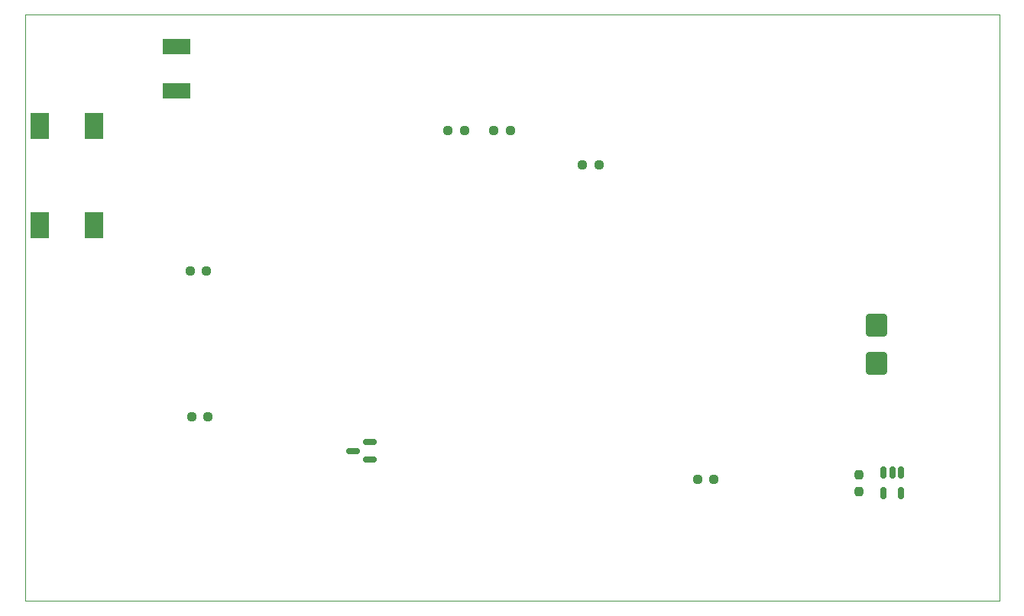
<source format=gbr>
%TF.GenerationSoftware,KiCad,Pcbnew,7.0.7*%
%TF.CreationDate,2023-11-20T16:24:37-05:00*%
%TF.ProjectId,moonratII,6d6f6f6e-7261-4744-9949-2e6b69636164,1.0*%
%TF.SameCoordinates,Original*%
%TF.FileFunction,Paste,Top*%
%TF.FilePolarity,Positive*%
%FSLAX46Y46*%
G04 Gerber Fmt 4.6, Leading zero omitted, Abs format (unit mm)*
G04 Created by KiCad (PCBNEW 7.0.7) date 2023-11-20 16:24:37*
%MOMM*%
%LPD*%
G01*
G04 APERTURE LIST*
G04 Aperture macros list*
%AMRoundRect*
0 Rectangle with rounded corners*
0 $1 Rounding radius*
0 $2 $3 $4 $5 $6 $7 $8 $9 X,Y pos of 4 corners*
0 Add a 4 corners polygon primitive as box body*
4,1,4,$2,$3,$4,$5,$6,$7,$8,$9,$2,$3,0*
0 Add four circle primitives for the rounded corners*
1,1,$1+$1,$2,$3*
1,1,$1+$1,$4,$5*
1,1,$1+$1,$6,$7*
1,1,$1+$1,$8,$9*
0 Add four rect primitives between the rounded corners*
20,1,$1+$1,$2,$3,$4,$5,0*
20,1,$1+$1,$4,$5,$6,$7,0*
20,1,$1+$1,$6,$7,$8,$9,0*
20,1,$1+$1,$8,$9,$2,$3,0*%
G04 Aperture macros list end*
%ADD10RoundRect,0.237500X0.250000X0.237500X-0.250000X0.237500X-0.250000X-0.237500X0.250000X-0.237500X0*%
%ADD11RoundRect,0.237500X0.237500X-0.250000X0.237500X0.250000X-0.237500X0.250000X-0.237500X-0.250000X0*%
%ADD12R,2.000000X3.000000*%
%ADD13R,2.000000X2.999999*%
%ADD14R,3.150000X1.780000*%
%ADD15RoundRect,0.250000X-0.900000X1.000000X-0.900000X-1.000000X0.900000X-1.000000X0.900000X1.000000X0*%
%ADD16RoundRect,0.237500X-0.250000X-0.237500X0.250000X-0.237500X0.250000X0.237500X-0.250000X0.237500X0*%
%ADD17RoundRect,0.150000X0.587500X0.150000X-0.587500X0.150000X-0.587500X-0.150000X0.587500X-0.150000X0*%
%ADD18RoundRect,0.150000X-0.150000X0.512500X-0.150000X-0.512500X0.150000X-0.512500X0.150000X0.512500X0*%
%TA.AperFunction,Profile*%
%ADD19C,0.100000*%
%TD*%
G04 APERTURE END LIST*
D10*
%TO.C,R2*%
X103782500Y-97790000D03*
X101957500Y-97790000D03*
%TD*%
D11*
%TO.C,R7*%
X142400000Y-137842214D03*
X142400000Y-136017214D03*
%TD*%
D12*
%TO.C,J1*%
X57650000Y-97300000D03*
X57650000Y-108300000D03*
X51650000Y-108300000D03*
D13*
X51650000Y-97300000D03*
%TD*%
D10*
%TO.C,R3*%
X113585000Y-101600000D03*
X111760000Y-101600000D03*
%TD*%
D14*
%TO.C,F1*%
X66840707Y-93429293D03*
X66840707Y-88499293D03*
%TD*%
D10*
%TO.C,R4*%
X70312500Y-129600000D03*
X68487500Y-129600000D03*
%TD*%
D15*
%TO.C,D1*%
X144400000Y-119380000D03*
X144400000Y-123680000D03*
%TD*%
D10*
%TO.C,R5*%
X70112500Y-113400000D03*
X68287500Y-113400000D03*
%TD*%
D16*
%TO.C,R1*%
X124540000Y-136525000D03*
X126365000Y-136525000D03*
%TD*%
D17*
%TO.C,Q2*%
X88235000Y-134300000D03*
X88235000Y-132400000D03*
X86360000Y-133350000D03*
%TD*%
D18*
%TO.C,U1*%
X147050000Y-135792214D03*
X146100000Y-135792214D03*
X145150000Y-135792214D03*
X145150000Y-138067214D03*
X147050000Y-138067214D03*
%TD*%
D10*
%TO.C,R6*%
X98702500Y-97790000D03*
X96877500Y-97790000D03*
%TD*%
D19*
X50000000Y-150000000D02*
X158000000Y-150000000D01*
X158000000Y-85000000D02*
X50000000Y-85000000D01*
X50000000Y-85000000D02*
X50000000Y-150000000D01*
X158000000Y-150000000D02*
X158000000Y-85000000D01*
M02*

</source>
